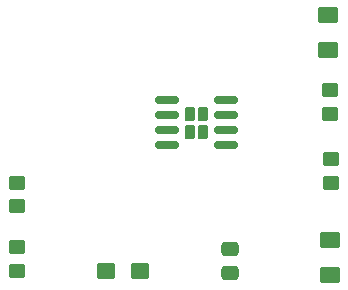
<source format=gbr>
%TF.GenerationSoftware,KiCad,Pcbnew,(6.0.10-0)*%
%TF.CreationDate,2023-02-17T15:33:43-08:00*%
%TF.ProjectId,Ex2,4578322e-6b69-4636-9164-5f7063625858,rev?*%
%TF.SameCoordinates,Original*%
%TF.FileFunction,Paste,Top*%
%TF.FilePolarity,Positive*%
%FSLAX46Y46*%
G04 Gerber Fmt 4.6, Leading zero omitted, Abs format (unit mm)*
G04 Created by KiCad (PCBNEW (6.0.10-0)) date 2023-02-17 15:33:43*
%MOMM*%
%LPD*%
G01*
G04 APERTURE LIST*
G04 Aperture macros list*
%AMRoundRect*
0 Rectangle with rounded corners*
0 $1 Rounding radius*
0 $2 $3 $4 $5 $6 $7 $8 $9 X,Y pos of 4 corners*
0 Add a 4 corners polygon primitive as box body*
4,1,4,$2,$3,$4,$5,$6,$7,$8,$9,$2,$3,0*
0 Add four circle primitives for the rounded corners*
1,1,$1+$1,$2,$3*
1,1,$1+$1,$4,$5*
1,1,$1+$1,$6,$7*
1,1,$1+$1,$8,$9*
0 Add four rect primitives between the rounded corners*
20,1,$1+$1,$2,$3,$4,$5,0*
20,1,$1+$1,$4,$5,$6,$7,0*
20,1,$1+$1,$6,$7,$8,$9,0*
20,1,$1+$1,$8,$9,$2,$3,0*%
G04 Aperture macros list end*
%ADD10RoundRect,0.250001X0.624999X-0.462499X0.624999X0.462499X-0.624999X0.462499X-0.624999X-0.462499X0*%
%ADD11RoundRect,0.250000X-0.450000X0.350000X-0.450000X-0.350000X0.450000X-0.350000X0.450000X0.350000X0*%
%ADD12RoundRect,0.250000X-0.537500X-0.425000X0.537500X-0.425000X0.537500X0.425000X-0.537500X0.425000X0*%
%ADD13RoundRect,0.250000X-0.475000X0.337500X-0.475000X-0.337500X0.475000X-0.337500X0.475000X0.337500X0*%
%ADD14RoundRect,0.230000X-0.230000X-0.375000X0.230000X-0.375000X0.230000X0.375000X-0.230000X0.375000X0*%
%ADD15RoundRect,0.150000X-0.825000X-0.150000X0.825000X-0.150000X0.825000X0.150000X-0.825000X0.150000X0*%
G04 APERTURE END LIST*
D10*
%TO.C,D2*%
X148432500Y-109372500D03*
X148432500Y-106397500D03*
%TD*%
D11*
%TO.C,R3*%
X148425000Y-93747064D03*
X148425000Y-95747064D03*
%TD*%
%TO.C,R1*%
X121920000Y-101600000D03*
X121920000Y-103600000D03*
%TD*%
D10*
%TO.C,D1*%
X148260000Y-90387500D03*
X148260000Y-87412500D03*
%TD*%
D12*
%TO.C,C1*%
X129472500Y-109085000D03*
X132347500Y-109085000D03*
%TD*%
D13*
%TO.C,C2*%
X140030000Y-107182500D03*
X140030000Y-109257500D03*
%TD*%
D11*
%TO.C,R2*%
X121920000Y-107034680D03*
X121920000Y-109034680D03*
%TD*%
%TO.C,R4*%
X148570000Y-99600000D03*
X148570000Y-101600000D03*
%TD*%
D14*
%TO.C,U1*%
X136590000Y-97270000D03*
X137730000Y-95770000D03*
X137730000Y-97270000D03*
X136590000Y-95770000D03*
D15*
X134685000Y-94615000D03*
X134685000Y-95885000D03*
X134685000Y-97155000D03*
X134685000Y-98425000D03*
X139635000Y-98425000D03*
X139635000Y-97155000D03*
X139635000Y-95885000D03*
X139635000Y-94615000D03*
%TD*%
M02*

</source>
